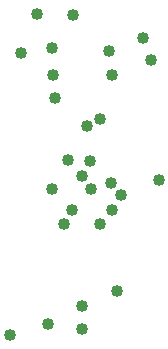
<source format=gbr>
G04 EAGLE Gerber RS-274X export*
G75*
%MOMM*%
%FSLAX34Y34*%
%LPD*%
%INVias*%
%IPPOS*%
%AMOC8*
5,1,8,0,0,1.08239X$1,22.5*%
G01*
%ADD10C,1.016000*%


D10*
X114300Y127000D03*
X96520Y144780D03*
X88900Y26670D03*
X51054Y292862D03*
X104140Y204470D03*
X63500Y144780D03*
X147574Y254000D03*
X77216Y169418D03*
X36830Y260350D03*
X114046Y241300D03*
X64008Y241300D03*
X81534Y292608D03*
X118110Y58420D03*
X104140Y115570D03*
X59690Y30480D03*
X88900Y45720D03*
X113030Y149860D03*
X80010Y127000D03*
X73660Y115570D03*
X66294Y221996D03*
X63500Y264160D03*
X111760Y261620D03*
X140462Y272796D03*
X153670Y152400D03*
X93218Y198120D03*
X95250Y168910D03*
X88900Y156210D03*
X27940Y21590D03*
X121920Y139700D03*
M02*

</source>
